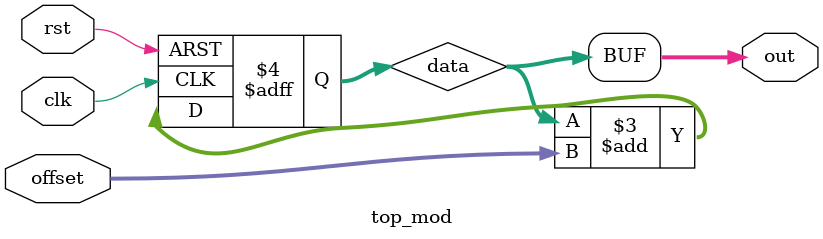
<source format=v>
module top_mod(input clk,
	       input 	     rst,

	       input [31:0]  offset,
	       
	       output [31:0] out);

   reg [31:0] 	      data;
   
   always @(posedge clk or negedge rst) begin
      if (!rst) begin
	 data <= 0;
	 
      end else begin
	 data <= data + offset;
      end
   end

   assign out = data;
   
endmodule

</source>
